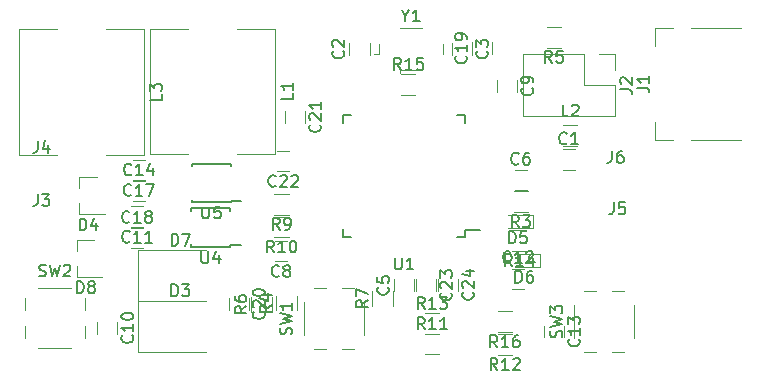
<source format=gto>
G04 #@! TF.FileFunction,Legend,Top*
%FSLAX46Y46*%
G04 Gerber Fmt 4.6, Leading zero omitted, Abs format (unit mm)*
G04 Created by KiCad (PCBNEW 4.0.7) date 05/22/18 09:46:34*
%MOMM*%
%LPD*%
G01*
G04 APERTURE LIST*
%ADD10C,0.100000*%
%ADD11C,0.120000*%
%ADD12C,0.150000*%
G04 APERTURE END LIST*
D10*
D11*
X126661800Y-42203000D02*
X125661800Y-42203000D01*
X125661800Y-43903000D02*
X126661800Y-43903000D01*
X107608000Y-33205800D02*
X107608000Y-34205800D01*
X109308000Y-34205800D02*
X109308000Y-33205800D01*
X117969400Y-34205800D02*
X117969400Y-33205800D01*
X116269400Y-33205800D02*
X116269400Y-34205800D01*
X111392600Y-53195600D02*
X111392600Y-54195600D01*
X113092600Y-54195600D02*
X113092600Y-53195600D01*
X122597800Y-43930200D02*
X121597800Y-43930200D01*
X121597800Y-45630200D02*
X122597800Y-45630200D01*
X101303200Y-51650000D02*
X102303200Y-51650000D01*
X102303200Y-49950000D02*
X101303200Y-49950000D01*
X121804800Y-37330000D02*
X121804800Y-36330000D01*
X120104800Y-36330000D02*
X120104800Y-37330000D01*
X87946600Y-57802400D02*
X87946600Y-56802400D01*
X86246600Y-56802400D02*
X86246600Y-57802400D01*
X89136600Y-48729000D02*
X90136600Y-48729000D01*
X90136600Y-47029000D02*
X89136600Y-47029000D01*
X122369200Y-52286800D02*
X121369200Y-52286800D01*
X121369200Y-53986800D02*
X122369200Y-53986800D01*
X125767200Y-58107200D02*
X125767200Y-57107200D01*
X124067200Y-57107200D02*
X124067200Y-58107200D01*
X90289000Y-44844600D02*
X89289000Y-44844600D01*
X89289000Y-46544600D02*
X90289000Y-46544600D01*
X89263600Y-44792000D02*
X90263600Y-44792000D01*
X90263600Y-43092000D02*
X89263600Y-43092000D01*
X90111200Y-48857800D02*
X89111200Y-48857800D01*
X89111200Y-50557800D02*
X90111200Y-50557800D01*
X117996600Y-33129600D02*
X117996600Y-34129600D01*
X119696600Y-34129600D02*
X119696600Y-33129600D01*
X99071800Y-55795800D02*
X99071800Y-54795800D01*
X97371800Y-54795800D02*
X97371800Y-55795800D01*
X103847000Y-39946200D02*
X103847000Y-38946200D01*
X102147000Y-38946200D02*
X102147000Y-39946200D01*
X101506400Y-44030000D02*
X102506400Y-44030000D01*
X102506400Y-42330000D02*
X101506400Y-42330000D01*
X114921400Y-54195600D02*
X114921400Y-53195600D01*
X113221400Y-53195600D02*
X113221400Y-54195600D01*
X116801000Y-54144800D02*
X116801000Y-53144800D01*
X115101000Y-53144800D02*
X115101000Y-54144800D01*
X89718800Y-55025400D02*
X89718800Y-59325400D01*
X89718800Y-59325400D02*
X95418800Y-59325400D01*
X89718800Y-55025400D02*
X95418800Y-55025400D01*
X84736400Y-44521000D02*
X84736400Y-45451000D01*
X84736400Y-47681000D02*
X84736400Y-46751000D01*
X84736400Y-47681000D02*
X86896400Y-47681000D01*
X84736400Y-44521000D02*
X86196400Y-44521000D01*
X123143800Y-48855400D02*
X123143800Y-47715400D01*
X123143800Y-47715400D02*
X121043800Y-47715400D01*
X123143800Y-48855400D02*
X121043800Y-48855400D01*
X123702600Y-52182800D02*
X123702600Y-51042800D01*
X123702600Y-51042800D02*
X121602600Y-51042800D01*
X123702600Y-52182800D02*
X121602600Y-52182800D01*
X89744200Y-50732800D02*
X89744200Y-55032800D01*
X89744200Y-55032800D02*
X95444200Y-55032800D01*
X89744200Y-50732800D02*
X95444200Y-50732800D01*
X84507800Y-49829600D02*
X84507800Y-50759600D01*
X84507800Y-52989600D02*
X84507800Y-52059600D01*
X84507800Y-52989600D02*
X86667800Y-52989600D01*
X84507800Y-49829600D02*
X85967800Y-49829600D01*
X133517200Y-33402200D02*
X133517200Y-31902200D01*
X133517200Y-31902200D02*
X135037200Y-31902200D01*
X136537200Y-41402200D02*
X140777200Y-41402200D01*
X133517200Y-41402200D02*
X133517200Y-39902200D01*
X136537200Y-31902200D02*
X140777200Y-31902200D01*
X133517200Y-41402200D02*
X135037200Y-41402200D01*
X122317200Y-34153800D02*
X122317200Y-39353800D01*
X127457200Y-34153800D02*
X122317200Y-34153800D01*
X130057200Y-39353800D02*
X122317200Y-39353800D01*
X127457200Y-34153800D02*
X127457200Y-36753800D01*
X127457200Y-36753800D02*
X130057200Y-36753800D01*
X130057200Y-36753800D02*
X130057200Y-39353800D01*
X128727200Y-34153800D02*
X130057200Y-34153800D01*
X130057200Y-34153800D02*
X130057200Y-35483800D01*
X93912000Y-42561800D02*
X90712000Y-42561800D01*
X90712000Y-42561800D02*
X90712000Y-31961800D01*
X90712000Y-31961800D02*
X93912000Y-31961800D01*
X98112000Y-31961800D02*
X101312000Y-31961800D01*
X101312000Y-31961800D02*
X101312000Y-42561800D01*
X101312000Y-42561800D02*
X98112000Y-42561800D01*
X126914200Y-41926400D02*
X125714200Y-41926400D01*
X125714200Y-40166400D02*
X126914200Y-40166400D01*
X82812200Y-42638000D02*
X79612200Y-42638000D01*
X79612200Y-42638000D02*
X79612200Y-32038000D01*
X79612200Y-32038000D02*
X82812200Y-32038000D01*
X87012200Y-32038000D02*
X90212200Y-32038000D01*
X90212200Y-32038000D02*
X90212200Y-42638000D01*
X90212200Y-42638000D02*
X87012200Y-42638000D01*
X121497800Y-45754400D02*
X122697800Y-45754400D01*
X122697800Y-47514400D02*
X121497800Y-47514400D01*
X103140400Y-54619600D02*
X103140400Y-55819600D01*
X101380400Y-55819600D02*
X101380400Y-54619600D01*
X124317200Y-31809800D02*
X125517200Y-31809800D01*
X125517200Y-33569800D02*
X124317200Y-33569800D01*
X101006800Y-54721200D02*
X101006800Y-55921200D01*
X99246800Y-55921200D02*
X99246800Y-54721200D01*
X111268400Y-54213200D02*
X111268400Y-55413200D01*
X109508400Y-55413200D02*
X109508400Y-54213200D01*
X101254000Y-45983000D02*
X102454000Y-45983000D01*
X102454000Y-47743000D02*
X101254000Y-47743000D01*
X101254000Y-47888000D02*
X102454000Y-47888000D01*
X102454000Y-49648000D02*
X101254000Y-49648000D01*
X115204800Y-59554000D02*
X114004800Y-59554000D01*
X114004800Y-57794000D02*
X115204800Y-57794000D01*
X120177000Y-57844800D02*
X121377000Y-57844800D01*
X121377000Y-59604800D02*
X120177000Y-59604800D01*
X115204800Y-57826800D02*
X114004800Y-57826800D01*
X114004800Y-56066800D02*
X115204800Y-56066800D01*
X121396200Y-49056400D02*
X122596200Y-49056400D01*
X122596200Y-50816400D02*
X121396200Y-50816400D01*
X113198200Y-37583000D02*
X111998200Y-37583000D01*
X111998200Y-35823000D02*
X113198200Y-35823000D01*
X120151600Y-55914400D02*
X121351600Y-55914400D01*
X121351600Y-57674400D02*
X120151600Y-57674400D01*
X104573600Y-59065000D02*
X105598600Y-59065000D01*
X103723600Y-57890000D02*
X103723600Y-55140000D01*
X108823600Y-57890000D02*
X108823600Y-55140000D01*
X106948600Y-59065000D02*
X107973600Y-59065000D01*
X104573600Y-53965000D02*
X105598600Y-53965000D01*
X106948600Y-53965000D02*
X107973600Y-53965000D01*
X80101600Y-54789600D02*
X80101600Y-55814600D01*
X81276600Y-53939600D02*
X84026600Y-53939600D01*
X81276600Y-59039600D02*
X84026600Y-59039600D01*
X80101600Y-57164600D02*
X80101600Y-58189600D01*
X85201600Y-54789600D02*
X85201600Y-55814600D01*
X85201600Y-57164600D02*
X85201600Y-58189600D01*
X127459000Y-59319000D02*
X128484000Y-59319000D01*
X126609000Y-58144000D02*
X126609000Y-55394000D01*
X131709000Y-58144000D02*
X131709000Y-55394000D01*
X129834000Y-59319000D02*
X130859000Y-59319000D01*
X127459000Y-54219000D02*
X128484000Y-54219000D01*
X129834000Y-54219000D02*
X130859000Y-54219000D01*
D12*
X117392200Y-49625000D02*
X117392200Y-49050000D01*
X107042200Y-49625000D02*
X107042200Y-48950000D01*
X107042200Y-39275000D02*
X107042200Y-39950000D01*
X117392200Y-39275000D02*
X117392200Y-39950000D01*
X117392200Y-49625000D02*
X116717200Y-49625000D01*
X117392200Y-39275000D02*
X116717200Y-39275000D01*
X107042200Y-39275000D02*
X107717200Y-39275000D01*
X107042200Y-49625000D02*
X107717200Y-49625000D01*
X117392200Y-49050000D02*
X118667200Y-49050000D01*
X97459200Y-50443800D02*
X97459200Y-50318800D01*
X94209200Y-50443800D02*
X94209200Y-50228800D01*
X94209200Y-47193800D02*
X94209200Y-47408800D01*
X97459200Y-47193800D02*
X97459200Y-47408800D01*
X97459200Y-50443800D02*
X94209200Y-50443800D01*
X97459200Y-47193800D02*
X94209200Y-47193800D01*
X97459200Y-50318800D02*
X98384200Y-50318800D01*
X97535400Y-46659200D02*
X97535400Y-46534200D01*
X94285400Y-46659200D02*
X94285400Y-46444200D01*
X94285400Y-43409200D02*
X94285400Y-43624200D01*
X97535400Y-43409200D02*
X97535400Y-43624200D01*
X97535400Y-46659200D02*
X94285400Y-46659200D01*
X97535400Y-43409200D02*
X94285400Y-43409200D01*
X97535400Y-46534200D02*
X98460400Y-46534200D01*
D11*
X109726800Y-34105800D02*
X110126800Y-34105800D01*
X110126800Y-34105800D02*
X110126800Y-33305800D01*
X115526800Y-33305800D02*
X115526800Y-34105800D01*
X111926800Y-31905800D02*
X113726800Y-31905800D01*
X113726800Y-35505800D02*
X111926800Y-35505800D01*
X111926800Y-35505800D02*
X111926800Y-35745800D01*
D12*
X125995134Y-41660143D02*
X125947515Y-41707762D01*
X125804658Y-41755381D01*
X125709420Y-41755381D01*
X125566562Y-41707762D01*
X125471324Y-41612524D01*
X125423705Y-41517286D01*
X125376086Y-41326810D01*
X125376086Y-41183952D01*
X125423705Y-40993476D01*
X125471324Y-40898238D01*
X125566562Y-40803000D01*
X125709420Y-40755381D01*
X125804658Y-40755381D01*
X125947515Y-40803000D01*
X125995134Y-40850619D01*
X126947515Y-41755381D02*
X126376086Y-41755381D01*
X126661800Y-41755381D02*
X126661800Y-40755381D01*
X126566562Y-40898238D01*
X126471324Y-40993476D01*
X126376086Y-41041095D01*
X107065143Y-33872466D02*
X107112762Y-33920085D01*
X107160381Y-34062942D01*
X107160381Y-34158180D01*
X107112762Y-34301038D01*
X107017524Y-34396276D01*
X106922286Y-34443895D01*
X106731810Y-34491514D01*
X106588952Y-34491514D01*
X106398476Y-34443895D01*
X106303238Y-34396276D01*
X106208000Y-34301038D01*
X106160381Y-34158180D01*
X106160381Y-34062942D01*
X106208000Y-33920085D01*
X106255619Y-33872466D01*
X106255619Y-33491514D02*
X106208000Y-33443895D01*
X106160381Y-33348657D01*
X106160381Y-33110561D01*
X106208000Y-33015323D01*
X106255619Y-32967704D01*
X106350857Y-32920085D01*
X106446095Y-32920085D01*
X106588952Y-32967704D01*
X107160381Y-33539133D01*
X107160381Y-32920085D01*
X119226543Y-33872466D02*
X119274162Y-33920085D01*
X119321781Y-34062942D01*
X119321781Y-34158180D01*
X119274162Y-34301038D01*
X119178924Y-34396276D01*
X119083686Y-34443895D01*
X118893210Y-34491514D01*
X118750352Y-34491514D01*
X118559876Y-34443895D01*
X118464638Y-34396276D01*
X118369400Y-34301038D01*
X118321781Y-34158180D01*
X118321781Y-34062942D01*
X118369400Y-33920085D01*
X118417019Y-33872466D01*
X118321781Y-33539133D02*
X118321781Y-32920085D01*
X118702733Y-33253419D01*
X118702733Y-33110561D01*
X118750352Y-33015323D01*
X118797971Y-32967704D01*
X118893210Y-32920085D01*
X119131305Y-32920085D01*
X119226543Y-32967704D01*
X119274162Y-33015323D01*
X119321781Y-33110561D01*
X119321781Y-33396276D01*
X119274162Y-33491514D01*
X119226543Y-33539133D01*
X110849743Y-53862266D02*
X110897362Y-53909885D01*
X110944981Y-54052742D01*
X110944981Y-54147980D01*
X110897362Y-54290838D01*
X110802124Y-54386076D01*
X110706886Y-54433695D01*
X110516410Y-54481314D01*
X110373552Y-54481314D01*
X110183076Y-54433695D01*
X110087838Y-54386076D01*
X109992600Y-54290838D01*
X109944981Y-54147980D01*
X109944981Y-54052742D01*
X109992600Y-53909885D01*
X110040219Y-53862266D01*
X109944981Y-52957504D02*
X109944981Y-53433695D01*
X110421171Y-53481314D01*
X110373552Y-53433695D01*
X110325933Y-53338457D01*
X110325933Y-53100361D01*
X110373552Y-53005123D01*
X110421171Y-52957504D01*
X110516410Y-52909885D01*
X110754505Y-52909885D01*
X110849743Y-52957504D01*
X110897362Y-53005123D01*
X110944981Y-53100361D01*
X110944981Y-53338457D01*
X110897362Y-53433695D01*
X110849743Y-53481314D01*
X121931134Y-43387343D02*
X121883515Y-43434962D01*
X121740658Y-43482581D01*
X121645420Y-43482581D01*
X121502562Y-43434962D01*
X121407324Y-43339724D01*
X121359705Y-43244486D01*
X121312086Y-43054010D01*
X121312086Y-42911152D01*
X121359705Y-42720676D01*
X121407324Y-42625438D01*
X121502562Y-42530200D01*
X121645420Y-42482581D01*
X121740658Y-42482581D01*
X121883515Y-42530200D01*
X121931134Y-42577819D01*
X122788277Y-42482581D02*
X122597800Y-42482581D01*
X122502562Y-42530200D01*
X122454943Y-42577819D01*
X122359705Y-42720676D01*
X122312086Y-42911152D01*
X122312086Y-43292105D01*
X122359705Y-43387343D01*
X122407324Y-43434962D01*
X122502562Y-43482581D01*
X122693039Y-43482581D01*
X122788277Y-43434962D01*
X122835896Y-43387343D01*
X122883515Y-43292105D01*
X122883515Y-43054010D01*
X122835896Y-42958771D01*
X122788277Y-42911152D01*
X122693039Y-42863533D01*
X122502562Y-42863533D01*
X122407324Y-42911152D01*
X122359705Y-42958771D01*
X122312086Y-43054010D01*
X101636534Y-52907143D02*
X101588915Y-52954762D01*
X101446058Y-53002381D01*
X101350820Y-53002381D01*
X101207962Y-52954762D01*
X101112724Y-52859524D01*
X101065105Y-52764286D01*
X101017486Y-52573810D01*
X101017486Y-52430952D01*
X101065105Y-52240476D01*
X101112724Y-52145238D01*
X101207962Y-52050000D01*
X101350820Y-52002381D01*
X101446058Y-52002381D01*
X101588915Y-52050000D01*
X101636534Y-52097619D01*
X102207962Y-52430952D02*
X102112724Y-52383333D01*
X102065105Y-52335714D01*
X102017486Y-52240476D01*
X102017486Y-52192857D01*
X102065105Y-52097619D01*
X102112724Y-52050000D01*
X102207962Y-52002381D01*
X102398439Y-52002381D01*
X102493677Y-52050000D01*
X102541296Y-52097619D01*
X102588915Y-52192857D01*
X102588915Y-52240476D01*
X102541296Y-52335714D01*
X102493677Y-52383333D01*
X102398439Y-52430952D01*
X102207962Y-52430952D01*
X102112724Y-52478571D01*
X102065105Y-52526190D01*
X102017486Y-52621429D01*
X102017486Y-52811905D01*
X102065105Y-52907143D01*
X102112724Y-52954762D01*
X102207962Y-53002381D01*
X102398439Y-53002381D01*
X102493677Y-52954762D01*
X102541296Y-52907143D01*
X102588915Y-52811905D01*
X102588915Y-52621429D01*
X102541296Y-52526190D01*
X102493677Y-52478571D01*
X102398439Y-52430952D01*
X123061943Y-36996666D02*
X123109562Y-37044285D01*
X123157181Y-37187142D01*
X123157181Y-37282380D01*
X123109562Y-37425238D01*
X123014324Y-37520476D01*
X122919086Y-37568095D01*
X122728610Y-37615714D01*
X122585752Y-37615714D01*
X122395276Y-37568095D01*
X122300038Y-37520476D01*
X122204800Y-37425238D01*
X122157181Y-37282380D01*
X122157181Y-37187142D01*
X122204800Y-37044285D01*
X122252419Y-36996666D01*
X123157181Y-36520476D02*
X123157181Y-36330000D01*
X123109562Y-36234761D01*
X123061943Y-36187142D01*
X122919086Y-36091904D01*
X122728610Y-36044285D01*
X122347657Y-36044285D01*
X122252419Y-36091904D01*
X122204800Y-36139523D01*
X122157181Y-36234761D01*
X122157181Y-36425238D01*
X122204800Y-36520476D01*
X122252419Y-36568095D01*
X122347657Y-36615714D01*
X122585752Y-36615714D01*
X122680990Y-36568095D01*
X122728610Y-36520476D01*
X122776229Y-36425238D01*
X122776229Y-36234761D01*
X122728610Y-36139523D01*
X122680990Y-36091904D01*
X122585752Y-36044285D01*
X89203743Y-57945257D02*
X89251362Y-57992876D01*
X89298981Y-58135733D01*
X89298981Y-58230971D01*
X89251362Y-58373829D01*
X89156124Y-58469067D01*
X89060886Y-58516686D01*
X88870410Y-58564305D01*
X88727552Y-58564305D01*
X88537076Y-58516686D01*
X88441838Y-58469067D01*
X88346600Y-58373829D01*
X88298981Y-58230971D01*
X88298981Y-58135733D01*
X88346600Y-57992876D01*
X88394219Y-57945257D01*
X89298981Y-56992876D02*
X89298981Y-57564305D01*
X89298981Y-57278591D02*
X88298981Y-57278591D01*
X88441838Y-57373829D01*
X88537076Y-57469067D01*
X88584695Y-57564305D01*
X88298981Y-56373829D02*
X88298981Y-56278590D01*
X88346600Y-56183352D01*
X88394219Y-56135733D01*
X88489457Y-56088114D01*
X88679933Y-56040495D01*
X88918029Y-56040495D01*
X89108505Y-56088114D01*
X89203743Y-56135733D01*
X89251362Y-56183352D01*
X89298981Y-56278590D01*
X89298981Y-56373829D01*
X89251362Y-56469067D01*
X89203743Y-56516686D01*
X89108505Y-56564305D01*
X88918029Y-56611924D01*
X88679933Y-56611924D01*
X88489457Y-56564305D01*
X88394219Y-56516686D01*
X88346600Y-56469067D01*
X88298981Y-56373829D01*
X88993743Y-49986143D02*
X88946124Y-50033762D01*
X88803267Y-50081381D01*
X88708029Y-50081381D01*
X88565171Y-50033762D01*
X88469933Y-49938524D01*
X88422314Y-49843286D01*
X88374695Y-49652810D01*
X88374695Y-49509952D01*
X88422314Y-49319476D01*
X88469933Y-49224238D01*
X88565171Y-49129000D01*
X88708029Y-49081381D01*
X88803267Y-49081381D01*
X88946124Y-49129000D01*
X88993743Y-49176619D01*
X89946124Y-50081381D02*
X89374695Y-50081381D01*
X89660409Y-50081381D02*
X89660409Y-49081381D01*
X89565171Y-49224238D01*
X89469933Y-49319476D01*
X89374695Y-49367095D01*
X90898505Y-50081381D02*
X90327076Y-50081381D01*
X90612790Y-50081381D02*
X90612790Y-49081381D01*
X90517552Y-49224238D01*
X90422314Y-49319476D01*
X90327076Y-49367095D01*
X121226343Y-51743943D02*
X121178724Y-51791562D01*
X121035867Y-51839181D01*
X120940629Y-51839181D01*
X120797771Y-51791562D01*
X120702533Y-51696324D01*
X120654914Y-51601086D01*
X120607295Y-51410610D01*
X120607295Y-51267752D01*
X120654914Y-51077276D01*
X120702533Y-50982038D01*
X120797771Y-50886800D01*
X120940629Y-50839181D01*
X121035867Y-50839181D01*
X121178724Y-50886800D01*
X121226343Y-50934419D01*
X122178724Y-51839181D02*
X121607295Y-51839181D01*
X121893009Y-51839181D02*
X121893009Y-50839181D01*
X121797771Y-50982038D01*
X121702533Y-51077276D01*
X121607295Y-51124895D01*
X122559676Y-50934419D02*
X122607295Y-50886800D01*
X122702533Y-50839181D01*
X122940629Y-50839181D01*
X123035867Y-50886800D01*
X123083486Y-50934419D01*
X123131105Y-51029657D01*
X123131105Y-51124895D01*
X123083486Y-51267752D01*
X122512057Y-51839181D01*
X123131105Y-51839181D01*
X127024343Y-58250057D02*
X127071962Y-58297676D01*
X127119581Y-58440533D01*
X127119581Y-58535771D01*
X127071962Y-58678629D01*
X126976724Y-58773867D01*
X126881486Y-58821486D01*
X126691010Y-58869105D01*
X126548152Y-58869105D01*
X126357676Y-58821486D01*
X126262438Y-58773867D01*
X126167200Y-58678629D01*
X126119581Y-58535771D01*
X126119581Y-58440533D01*
X126167200Y-58297676D01*
X126214819Y-58250057D01*
X127119581Y-57297676D02*
X127119581Y-57869105D01*
X127119581Y-57583391D02*
X126119581Y-57583391D01*
X126262438Y-57678629D01*
X126357676Y-57773867D01*
X126405295Y-57869105D01*
X126119581Y-56964343D02*
X126119581Y-56345295D01*
X126500533Y-56678629D01*
X126500533Y-56535771D01*
X126548152Y-56440533D01*
X126595771Y-56392914D01*
X126691010Y-56345295D01*
X126929105Y-56345295D01*
X127024343Y-56392914D01*
X127071962Y-56440533D01*
X127119581Y-56535771D01*
X127119581Y-56821486D01*
X127071962Y-56916724D01*
X127024343Y-56964343D01*
X89146143Y-44301743D02*
X89098524Y-44349362D01*
X88955667Y-44396981D01*
X88860429Y-44396981D01*
X88717571Y-44349362D01*
X88622333Y-44254124D01*
X88574714Y-44158886D01*
X88527095Y-43968410D01*
X88527095Y-43825552D01*
X88574714Y-43635076D01*
X88622333Y-43539838D01*
X88717571Y-43444600D01*
X88860429Y-43396981D01*
X88955667Y-43396981D01*
X89098524Y-43444600D01*
X89146143Y-43492219D01*
X90098524Y-44396981D02*
X89527095Y-44396981D01*
X89812809Y-44396981D02*
X89812809Y-43396981D01*
X89717571Y-43539838D01*
X89622333Y-43635076D01*
X89527095Y-43682695D01*
X90955667Y-43730314D02*
X90955667Y-44396981D01*
X90717571Y-43349362D02*
X90479476Y-44063648D01*
X91098524Y-44063648D01*
X89120743Y-46049143D02*
X89073124Y-46096762D01*
X88930267Y-46144381D01*
X88835029Y-46144381D01*
X88692171Y-46096762D01*
X88596933Y-46001524D01*
X88549314Y-45906286D01*
X88501695Y-45715810D01*
X88501695Y-45572952D01*
X88549314Y-45382476D01*
X88596933Y-45287238D01*
X88692171Y-45192000D01*
X88835029Y-45144381D01*
X88930267Y-45144381D01*
X89073124Y-45192000D01*
X89120743Y-45239619D01*
X90073124Y-46144381D02*
X89501695Y-46144381D01*
X89787409Y-46144381D02*
X89787409Y-45144381D01*
X89692171Y-45287238D01*
X89596933Y-45382476D01*
X89501695Y-45430095D01*
X90406457Y-45144381D02*
X91073124Y-45144381D01*
X90644552Y-46144381D01*
X88968343Y-48314943D02*
X88920724Y-48362562D01*
X88777867Y-48410181D01*
X88682629Y-48410181D01*
X88539771Y-48362562D01*
X88444533Y-48267324D01*
X88396914Y-48172086D01*
X88349295Y-47981610D01*
X88349295Y-47838752D01*
X88396914Y-47648276D01*
X88444533Y-47553038D01*
X88539771Y-47457800D01*
X88682629Y-47410181D01*
X88777867Y-47410181D01*
X88920724Y-47457800D01*
X88968343Y-47505419D01*
X89920724Y-48410181D02*
X89349295Y-48410181D01*
X89635009Y-48410181D02*
X89635009Y-47410181D01*
X89539771Y-47553038D01*
X89444533Y-47648276D01*
X89349295Y-47695895D01*
X90492152Y-47838752D02*
X90396914Y-47791133D01*
X90349295Y-47743514D01*
X90301676Y-47648276D01*
X90301676Y-47600657D01*
X90349295Y-47505419D01*
X90396914Y-47457800D01*
X90492152Y-47410181D01*
X90682629Y-47410181D01*
X90777867Y-47457800D01*
X90825486Y-47505419D01*
X90873105Y-47600657D01*
X90873105Y-47648276D01*
X90825486Y-47743514D01*
X90777867Y-47791133D01*
X90682629Y-47838752D01*
X90492152Y-47838752D01*
X90396914Y-47886371D01*
X90349295Y-47933990D01*
X90301676Y-48029229D01*
X90301676Y-48219705D01*
X90349295Y-48314943D01*
X90396914Y-48362562D01*
X90492152Y-48410181D01*
X90682629Y-48410181D01*
X90777867Y-48362562D01*
X90825486Y-48314943D01*
X90873105Y-48219705D01*
X90873105Y-48029229D01*
X90825486Y-47933990D01*
X90777867Y-47886371D01*
X90682629Y-47838752D01*
X117453743Y-34272457D02*
X117501362Y-34320076D01*
X117548981Y-34462933D01*
X117548981Y-34558171D01*
X117501362Y-34701029D01*
X117406124Y-34796267D01*
X117310886Y-34843886D01*
X117120410Y-34891505D01*
X116977552Y-34891505D01*
X116787076Y-34843886D01*
X116691838Y-34796267D01*
X116596600Y-34701029D01*
X116548981Y-34558171D01*
X116548981Y-34462933D01*
X116596600Y-34320076D01*
X116644219Y-34272457D01*
X117548981Y-33320076D02*
X117548981Y-33891505D01*
X117548981Y-33605791D02*
X116548981Y-33605791D01*
X116691838Y-33701029D01*
X116787076Y-33796267D01*
X116834695Y-33891505D01*
X117548981Y-32843886D02*
X117548981Y-32653410D01*
X117501362Y-32558171D01*
X117453743Y-32510552D01*
X117310886Y-32415314D01*
X117120410Y-32367695D01*
X116739457Y-32367695D01*
X116644219Y-32415314D01*
X116596600Y-32462933D01*
X116548981Y-32558171D01*
X116548981Y-32748648D01*
X116596600Y-32843886D01*
X116644219Y-32891505D01*
X116739457Y-32939124D01*
X116977552Y-32939124D01*
X117072790Y-32891505D01*
X117120410Y-32843886D01*
X117168029Y-32748648D01*
X117168029Y-32558171D01*
X117120410Y-32462933D01*
X117072790Y-32415314D01*
X116977552Y-32367695D01*
X100328943Y-55938657D02*
X100376562Y-55986276D01*
X100424181Y-56129133D01*
X100424181Y-56224371D01*
X100376562Y-56367229D01*
X100281324Y-56462467D01*
X100186086Y-56510086D01*
X99995610Y-56557705D01*
X99852752Y-56557705D01*
X99662276Y-56510086D01*
X99567038Y-56462467D01*
X99471800Y-56367229D01*
X99424181Y-56224371D01*
X99424181Y-56129133D01*
X99471800Y-55986276D01*
X99519419Y-55938657D01*
X99519419Y-55557705D02*
X99471800Y-55510086D01*
X99424181Y-55414848D01*
X99424181Y-55176752D01*
X99471800Y-55081514D01*
X99519419Y-55033895D01*
X99614657Y-54986276D01*
X99709895Y-54986276D01*
X99852752Y-55033895D01*
X100424181Y-55605324D01*
X100424181Y-54986276D01*
X99424181Y-54367229D02*
X99424181Y-54271990D01*
X99471800Y-54176752D01*
X99519419Y-54129133D01*
X99614657Y-54081514D01*
X99805133Y-54033895D01*
X100043229Y-54033895D01*
X100233705Y-54081514D01*
X100328943Y-54129133D01*
X100376562Y-54176752D01*
X100424181Y-54271990D01*
X100424181Y-54367229D01*
X100376562Y-54462467D01*
X100328943Y-54510086D01*
X100233705Y-54557705D01*
X100043229Y-54605324D01*
X99805133Y-54605324D01*
X99614657Y-54557705D01*
X99519419Y-54510086D01*
X99471800Y-54462467D01*
X99424181Y-54367229D01*
X105104143Y-40089057D02*
X105151762Y-40136676D01*
X105199381Y-40279533D01*
X105199381Y-40374771D01*
X105151762Y-40517629D01*
X105056524Y-40612867D01*
X104961286Y-40660486D01*
X104770810Y-40708105D01*
X104627952Y-40708105D01*
X104437476Y-40660486D01*
X104342238Y-40612867D01*
X104247000Y-40517629D01*
X104199381Y-40374771D01*
X104199381Y-40279533D01*
X104247000Y-40136676D01*
X104294619Y-40089057D01*
X104294619Y-39708105D02*
X104247000Y-39660486D01*
X104199381Y-39565248D01*
X104199381Y-39327152D01*
X104247000Y-39231914D01*
X104294619Y-39184295D01*
X104389857Y-39136676D01*
X104485095Y-39136676D01*
X104627952Y-39184295D01*
X105199381Y-39755724D01*
X105199381Y-39136676D01*
X105199381Y-38184295D02*
X105199381Y-38755724D01*
X105199381Y-38470010D02*
X104199381Y-38470010D01*
X104342238Y-38565248D01*
X104437476Y-38660486D01*
X104485095Y-38755724D01*
X101363543Y-45287143D02*
X101315924Y-45334762D01*
X101173067Y-45382381D01*
X101077829Y-45382381D01*
X100934971Y-45334762D01*
X100839733Y-45239524D01*
X100792114Y-45144286D01*
X100744495Y-44953810D01*
X100744495Y-44810952D01*
X100792114Y-44620476D01*
X100839733Y-44525238D01*
X100934971Y-44430000D01*
X101077829Y-44382381D01*
X101173067Y-44382381D01*
X101315924Y-44430000D01*
X101363543Y-44477619D01*
X101744495Y-44477619D02*
X101792114Y-44430000D01*
X101887352Y-44382381D01*
X102125448Y-44382381D01*
X102220686Y-44430000D01*
X102268305Y-44477619D01*
X102315924Y-44572857D01*
X102315924Y-44668095D01*
X102268305Y-44810952D01*
X101696876Y-45382381D01*
X102315924Y-45382381D01*
X102696876Y-44477619D02*
X102744495Y-44430000D01*
X102839733Y-44382381D01*
X103077829Y-44382381D01*
X103173067Y-44430000D01*
X103220686Y-44477619D01*
X103268305Y-44572857D01*
X103268305Y-44668095D01*
X103220686Y-44810952D01*
X102649257Y-45382381D01*
X103268305Y-45382381D01*
X116178543Y-54338457D02*
X116226162Y-54386076D01*
X116273781Y-54528933D01*
X116273781Y-54624171D01*
X116226162Y-54767029D01*
X116130924Y-54862267D01*
X116035686Y-54909886D01*
X115845210Y-54957505D01*
X115702352Y-54957505D01*
X115511876Y-54909886D01*
X115416638Y-54862267D01*
X115321400Y-54767029D01*
X115273781Y-54624171D01*
X115273781Y-54528933D01*
X115321400Y-54386076D01*
X115369019Y-54338457D01*
X115369019Y-53957505D02*
X115321400Y-53909886D01*
X115273781Y-53814648D01*
X115273781Y-53576552D01*
X115321400Y-53481314D01*
X115369019Y-53433695D01*
X115464257Y-53386076D01*
X115559495Y-53386076D01*
X115702352Y-53433695D01*
X116273781Y-54005124D01*
X116273781Y-53386076D01*
X115273781Y-53052743D02*
X115273781Y-52433695D01*
X115654733Y-52767029D01*
X115654733Y-52624171D01*
X115702352Y-52528933D01*
X115749971Y-52481314D01*
X115845210Y-52433695D01*
X116083305Y-52433695D01*
X116178543Y-52481314D01*
X116226162Y-52528933D01*
X116273781Y-52624171D01*
X116273781Y-52909886D01*
X116226162Y-53005124D01*
X116178543Y-53052743D01*
X118058143Y-54287657D02*
X118105762Y-54335276D01*
X118153381Y-54478133D01*
X118153381Y-54573371D01*
X118105762Y-54716229D01*
X118010524Y-54811467D01*
X117915286Y-54859086D01*
X117724810Y-54906705D01*
X117581952Y-54906705D01*
X117391476Y-54859086D01*
X117296238Y-54811467D01*
X117201000Y-54716229D01*
X117153381Y-54573371D01*
X117153381Y-54478133D01*
X117201000Y-54335276D01*
X117248619Y-54287657D01*
X117248619Y-53906705D02*
X117201000Y-53859086D01*
X117153381Y-53763848D01*
X117153381Y-53525752D01*
X117201000Y-53430514D01*
X117248619Y-53382895D01*
X117343857Y-53335276D01*
X117439095Y-53335276D01*
X117581952Y-53382895D01*
X118153381Y-53954324D01*
X118153381Y-53335276D01*
X117486714Y-52478133D02*
X118153381Y-52478133D01*
X117105762Y-52716229D02*
X117820048Y-52954324D01*
X117820048Y-52335276D01*
X92530705Y-54627781D02*
X92530705Y-53627781D01*
X92768800Y-53627781D01*
X92911658Y-53675400D01*
X93006896Y-53770638D01*
X93054515Y-53865876D01*
X93102134Y-54056352D01*
X93102134Y-54199210D01*
X93054515Y-54389686D01*
X93006896Y-54484924D01*
X92911658Y-54580162D01*
X92768800Y-54627781D01*
X92530705Y-54627781D01*
X93435467Y-53627781D02*
X94054515Y-53627781D01*
X93721181Y-54008733D01*
X93864039Y-54008733D01*
X93959277Y-54056352D01*
X94006896Y-54103971D01*
X94054515Y-54199210D01*
X94054515Y-54437305D01*
X94006896Y-54532543D01*
X93959277Y-54580162D01*
X93864039Y-54627781D01*
X93578324Y-54627781D01*
X93483086Y-54580162D01*
X93435467Y-54532543D01*
X84758305Y-49053381D02*
X84758305Y-48053381D01*
X84996400Y-48053381D01*
X85139258Y-48101000D01*
X85234496Y-48196238D01*
X85282115Y-48291476D01*
X85329734Y-48481952D01*
X85329734Y-48624810D01*
X85282115Y-48815286D01*
X85234496Y-48910524D01*
X85139258Y-49005762D01*
X84996400Y-49053381D01*
X84758305Y-49053381D01*
X86186877Y-48386714D02*
X86186877Y-49053381D01*
X85948781Y-48005762D02*
X85710686Y-48720048D01*
X86329734Y-48720048D01*
X121105705Y-50137781D02*
X121105705Y-49137781D01*
X121343800Y-49137781D01*
X121486658Y-49185400D01*
X121581896Y-49280638D01*
X121629515Y-49375876D01*
X121677134Y-49566352D01*
X121677134Y-49709210D01*
X121629515Y-49899686D01*
X121581896Y-49994924D01*
X121486658Y-50090162D01*
X121343800Y-50137781D01*
X121105705Y-50137781D01*
X122581896Y-49137781D02*
X122105705Y-49137781D01*
X122058086Y-49613971D01*
X122105705Y-49566352D01*
X122200943Y-49518733D01*
X122439039Y-49518733D01*
X122534277Y-49566352D01*
X122581896Y-49613971D01*
X122629515Y-49709210D01*
X122629515Y-49947305D01*
X122581896Y-50042543D01*
X122534277Y-50090162D01*
X122439039Y-50137781D01*
X122200943Y-50137781D01*
X122105705Y-50090162D01*
X122058086Y-50042543D01*
X121664505Y-53465181D02*
X121664505Y-52465181D01*
X121902600Y-52465181D01*
X122045458Y-52512800D01*
X122140696Y-52608038D01*
X122188315Y-52703276D01*
X122235934Y-52893752D01*
X122235934Y-53036610D01*
X122188315Y-53227086D01*
X122140696Y-53322324D01*
X122045458Y-53417562D01*
X121902600Y-53465181D01*
X121664505Y-53465181D01*
X123093077Y-52465181D02*
X122902600Y-52465181D01*
X122807362Y-52512800D01*
X122759743Y-52560419D01*
X122664505Y-52703276D01*
X122616886Y-52893752D01*
X122616886Y-53274705D01*
X122664505Y-53369943D01*
X122712124Y-53417562D01*
X122807362Y-53465181D01*
X122997839Y-53465181D01*
X123093077Y-53417562D01*
X123140696Y-53369943D01*
X123188315Y-53274705D01*
X123188315Y-53036610D01*
X123140696Y-52941371D01*
X123093077Y-52893752D01*
X122997839Y-52846133D01*
X122807362Y-52846133D01*
X122712124Y-52893752D01*
X122664505Y-52941371D01*
X122616886Y-53036610D01*
X92556105Y-50335181D02*
X92556105Y-49335181D01*
X92794200Y-49335181D01*
X92937058Y-49382800D01*
X93032296Y-49478038D01*
X93079915Y-49573276D01*
X93127534Y-49763752D01*
X93127534Y-49906610D01*
X93079915Y-50097086D01*
X93032296Y-50192324D01*
X92937058Y-50287562D01*
X92794200Y-50335181D01*
X92556105Y-50335181D01*
X93460867Y-49335181D02*
X94127534Y-49335181D01*
X93698962Y-50335181D01*
X84529705Y-54361981D02*
X84529705Y-53361981D01*
X84767800Y-53361981D01*
X84910658Y-53409600D01*
X85005896Y-53504838D01*
X85053515Y-53600076D01*
X85101134Y-53790552D01*
X85101134Y-53933410D01*
X85053515Y-54123886D01*
X85005896Y-54219124D01*
X84910658Y-54314362D01*
X84767800Y-54361981D01*
X84529705Y-54361981D01*
X85672562Y-53790552D02*
X85577324Y-53742933D01*
X85529705Y-53695314D01*
X85482086Y-53600076D01*
X85482086Y-53552457D01*
X85529705Y-53457219D01*
X85577324Y-53409600D01*
X85672562Y-53361981D01*
X85863039Y-53361981D01*
X85958277Y-53409600D01*
X86005896Y-53457219D01*
X86053515Y-53552457D01*
X86053515Y-53600076D01*
X86005896Y-53695314D01*
X85958277Y-53742933D01*
X85863039Y-53790552D01*
X85672562Y-53790552D01*
X85577324Y-53838171D01*
X85529705Y-53885790D01*
X85482086Y-53981029D01*
X85482086Y-54171505D01*
X85529705Y-54266743D01*
X85577324Y-54314362D01*
X85672562Y-54361981D01*
X85863039Y-54361981D01*
X85958277Y-54314362D01*
X86005896Y-54266743D01*
X86053515Y-54171505D01*
X86053515Y-53981029D01*
X86005896Y-53885790D01*
X85958277Y-53838171D01*
X85863039Y-53790552D01*
X131979581Y-36985533D02*
X132693867Y-36985533D01*
X132836724Y-37033153D01*
X132931962Y-37128391D01*
X132979581Y-37271248D01*
X132979581Y-37366486D01*
X132979581Y-35985533D02*
X132979581Y-36556962D01*
X132979581Y-36271248D02*
X131979581Y-36271248D01*
X132122438Y-36366486D01*
X132217676Y-36461724D01*
X132265295Y-36556962D01*
X130509581Y-37087133D02*
X131223867Y-37087133D01*
X131366724Y-37134753D01*
X131461962Y-37229991D01*
X131509581Y-37372848D01*
X131509581Y-37468086D01*
X130604819Y-36658562D02*
X130557200Y-36610943D01*
X130509581Y-36515705D01*
X130509581Y-36277609D01*
X130557200Y-36182371D01*
X130604819Y-36134752D01*
X130700057Y-36087133D01*
X130795295Y-36087133D01*
X130938152Y-36134752D01*
X131509581Y-36706181D01*
X131509581Y-36087133D01*
X81200667Y-45985181D02*
X81200667Y-46699467D01*
X81153047Y-46842324D01*
X81057809Y-46937562D01*
X80914952Y-46985181D01*
X80819714Y-46985181D01*
X81581619Y-45985181D02*
X82200667Y-45985181D01*
X81867333Y-46366133D01*
X82010191Y-46366133D01*
X82105429Y-46413752D01*
X82153048Y-46461371D01*
X82200667Y-46556610D01*
X82200667Y-46794705D01*
X82153048Y-46889943D01*
X82105429Y-46937562D01*
X82010191Y-46985181D01*
X81724476Y-46985181D01*
X81629238Y-46937562D01*
X81581619Y-46889943D01*
X81200667Y-41463981D02*
X81200667Y-42178267D01*
X81153047Y-42321124D01*
X81057809Y-42416362D01*
X80914952Y-42463981D01*
X80819714Y-42463981D01*
X82105429Y-41797314D02*
X82105429Y-42463981D01*
X81867333Y-41416362D02*
X81629238Y-42130648D01*
X82248286Y-42130648D01*
X129968667Y-46670981D02*
X129968667Y-47385267D01*
X129921047Y-47528124D01*
X129825809Y-47623362D01*
X129682952Y-47670981D01*
X129587714Y-47670981D01*
X130921048Y-46670981D02*
X130444857Y-46670981D01*
X130397238Y-47147171D01*
X130444857Y-47099552D01*
X130540095Y-47051933D01*
X130778191Y-47051933D01*
X130873429Y-47099552D01*
X130921048Y-47147171D01*
X130968667Y-47242410D01*
X130968667Y-47480505D01*
X130921048Y-47575743D01*
X130873429Y-47623362D01*
X130778191Y-47670981D01*
X130540095Y-47670981D01*
X130444857Y-47623362D01*
X130397238Y-47575743D01*
X129816267Y-42327581D02*
X129816267Y-43041867D01*
X129768647Y-43184724D01*
X129673409Y-43279962D01*
X129530552Y-43327581D01*
X129435314Y-43327581D01*
X130721029Y-42327581D02*
X130530552Y-42327581D01*
X130435314Y-42375200D01*
X130387695Y-42422819D01*
X130292457Y-42565676D01*
X130244838Y-42756152D01*
X130244838Y-43137105D01*
X130292457Y-43232343D01*
X130340076Y-43279962D01*
X130435314Y-43327581D01*
X130625791Y-43327581D01*
X130721029Y-43279962D01*
X130768648Y-43232343D01*
X130816267Y-43137105D01*
X130816267Y-42899010D01*
X130768648Y-42803771D01*
X130721029Y-42756152D01*
X130625791Y-42708533D01*
X130435314Y-42708533D01*
X130340076Y-42756152D01*
X130292457Y-42803771D01*
X130244838Y-42899010D01*
X102814381Y-37428466D02*
X102814381Y-37904657D01*
X101814381Y-37904657D01*
X102814381Y-36571323D02*
X102814381Y-37142752D01*
X102814381Y-36857038D02*
X101814381Y-36857038D01*
X101957238Y-36952276D01*
X102052476Y-37047514D01*
X102100095Y-37142752D01*
X126147534Y-39398781D02*
X125671343Y-39398781D01*
X125671343Y-38398781D01*
X126433248Y-38494019D02*
X126480867Y-38446400D01*
X126576105Y-38398781D01*
X126814201Y-38398781D01*
X126909439Y-38446400D01*
X126957058Y-38494019D01*
X127004677Y-38589257D01*
X127004677Y-38684495D01*
X126957058Y-38827352D01*
X126385629Y-39398781D01*
X127004677Y-39398781D01*
X91714581Y-37504666D02*
X91714581Y-37980857D01*
X90714581Y-37980857D01*
X90714581Y-37266571D02*
X90714581Y-36647523D01*
X91095533Y-36980857D01*
X91095533Y-36837999D01*
X91143152Y-36742761D01*
X91190771Y-36695142D01*
X91286010Y-36647523D01*
X91524105Y-36647523D01*
X91619343Y-36695142D01*
X91666962Y-36742761D01*
X91714581Y-36837999D01*
X91714581Y-37123714D01*
X91666962Y-37218952D01*
X91619343Y-37266571D01*
X121931134Y-48786781D02*
X121597800Y-48310590D01*
X121359705Y-48786781D02*
X121359705Y-47786781D01*
X121740658Y-47786781D01*
X121835896Y-47834400D01*
X121883515Y-47882019D01*
X121931134Y-47977257D01*
X121931134Y-48120114D01*
X121883515Y-48215352D01*
X121835896Y-48262971D01*
X121740658Y-48310590D01*
X121359705Y-48310590D01*
X122264467Y-47786781D02*
X122883515Y-47786781D01*
X122550181Y-48167733D01*
X122693039Y-48167733D01*
X122788277Y-48215352D01*
X122835896Y-48262971D01*
X122883515Y-48358210D01*
X122883515Y-48596305D01*
X122835896Y-48691543D01*
X122788277Y-48739162D01*
X122693039Y-48786781D01*
X122407324Y-48786781D01*
X122312086Y-48739162D01*
X122264467Y-48691543D01*
X101012781Y-55386266D02*
X100536590Y-55719600D01*
X101012781Y-55957695D02*
X100012781Y-55957695D01*
X100012781Y-55576742D01*
X100060400Y-55481504D01*
X100108019Y-55433885D01*
X100203257Y-55386266D01*
X100346114Y-55386266D01*
X100441352Y-55433885D01*
X100488971Y-55481504D01*
X100536590Y-55576742D01*
X100536590Y-55957695D01*
X100346114Y-54529123D02*
X101012781Y-54529123D01*
X99965162Y-54767219D02*
X100679448Y-55005314D01*
X100679448Y-54386266D01*
X124750534Y-34842181D02*
X124417200Y-34365990D01*
X124179105Y-34842181D02*
X124179105Y-33842181D01*
X124560058Y-33842181D01*
X124655296Y-33889800D01*
X124702915Y-33937419D01*
X124750534Y-34032657D01*
X124750534Y-34175514D01*
X124702915Y-34270752D01*
X124655296Y-34318371D01*
X124560058Y-34365990D01*
X124179105Y-34365990D01*
X125655296Y-33842181D02*
X125179105Y-33842181D01*
X125131486Y-34318371D01*
X125179105Y-34270752D01*
X125274343Y-34223133D01*
X125512439Y-34223133D01*
X125607677Y-34270752D01*
X125655296Y-34318371D01*
X125702915Y-34413610D01*
X125702915Y-34651705D01*
X125655296Y-34746943D01*
X125607677Y-34794562D01*
X125512439Y-34842181D01*
X125274343Y-34842181D01*
X125179105Y-34794562D01*
X125131486Y-34746943D01*
X98879181Y-55487866D02*
X98402990Y-55821200D01*
X98879181Y-56059295D02*
X97879181Y-56059295D01*
X97879181Y-55678342D01*
X97926800Y-55583104D01*
X97974419Y-55535485D01*
X98069657Y-55487866D01*
X98212514Y-55487866D01*
X98307752Y-55535485D01*
X98355371Y-55583104D01*
X98402990Y-55678342D01*
X98402990Y-56059295D01*
X97879181Y-54630723D02*
X97879181Y-54821200D01*
X97926800Y-54916438D01*
X97974419Y-54964057D01*
X98117276Y-55059295D01*
X98307752Y-55106914D01*
X98688705Y-55106914D01*
X98783943Y-55059295D01*
X98831562Y-55011676D01*
X98879181Y-54916438D01*
X98879181Y-54725961D01*
X98831562Y-54630723D01*
X98783943Y-54583104D01*
X98688705Y-54535485D01*
X98450610Y-54535485D01*
X98355371Y-54583104D01*
X98307752Y-54630723D01*
X98260133Y-54725961D01*
X98260133Y-54916438D01*
X98307752Y-55011676D01*
X98355371Y-55059295D01*
X98450610Y-55106914D01*
X109140781Y-54979866D02*
X108664590Y-55313200D01*
X109140781Y-55551295D02*
X108140781Y-55551295D01*
X108140781Y-55170342D01*
X108188400Y-55075104D01*
X108236019Y-55027485D01*
X108331257Y-54979866D01*
X108474114Y-54979866D01*
X108569352Y-55027485D01*
X108616971Y-55075104D01*
X108664590Y-55170342D01*
X108664590Y-55551295D01*
X108140781Y-54646533D02*
X108140781Y-53979866D01*
X109140781Y-54408438D01*
X101687334Y-49015381D02*
X101354000Y-48539190D01*
X101115905Y-49015381D02*
X101115905Y-48015381D01*
X101496858Y-48015381D01*
X101592096Y-48063000D01*
X101639715Y-48110619D01*
X101687334Y-48205857D01*
X101687334Y-48348714D01*
X101639715Y-48443952D01*
X101592096Y-48491571D01*
X101496858Y-48539190D01*
X101115905Y-48539190D01*
X102163524Y-49015381D02*
X102354000Y-49015381D01*
X102449239Y-48967762D01*
X102496858Y-48920143D01*
X102592096Y-48777286D01*
X102639715Y-48586810D01*
X102639715Y-48205857D01*
X102592096Y-48110619D01*
X102544477Y-48063000D01*
X102449239Y-48015381D01*
X102258762Y-48015381D01*
X102163524Y-48063000D01*
X102115905Y-48110619D01*
X102068286Y-48205857D01*
X102068286Y-48443952D01*
X102115905Y-48539190D01*
X102163524Y-48586810D01*
X102258762Y-48634429D01*
X102449239Y-48634429D01*
X102544477Y-48586810D01*
X102592096Y-48539190D01*
X102639715Y-48443952D01*
X101211143Y-50920381D02*
X100877809Y-50444190D01*
X100639714Y-50920381D02*
X100639714Y-49920381D01*
X101020667Y-49920381D01*
X101115905Y-49968000D01*
X101163524Y-50015619D01*
X101211143Y-50110857D01*
X101211143Y-50253714D01*
X101163524Y-50348952D01*
X101115905Y-50396571D01*
X101020667Y-50444190D01*
X100639714Y-50444190D01*
X102163524Y-50920381D02*
X101592095Y-50920381D01*
X101877809Y-50920381D02*
X101877809Y-49920381D01*
X101782571Y-50063238D01*
X101687333Y-50158476D01*
X101592095Y-50206095D01*
X102782571Y-49920381D02*
X102877810Y-49920381D01*
X102973048Y-49968000D01*
X103020667Y-50015619D01*
X103068286Y-50110857D01*
X103115905Y-50301333D01*
X103115905Y-50539429D01*
X103068286Y-50729905D01*
X103020667Y-50825143D01*
X102973048Y-50872762D01*
X102877810Y-50920381D01*
X102782571Y-50920381D01*
X102687333Y-50872762D01*
X102639714Y-50825143D01*
X102592095Y-50729905D01*
X102544476Y-50539429D01*
X102544476Y-50301333D01*
X102592095Y-50110857D01*
X102639714Y-50015619D01*
X102687333Y-49968000D01*
X102782571Y-49920381D01*
X113961943Y-57426381D02*
X113628609Y-56950190D01*
X113390514Y-57426381D02*
X113390514Y-56426381D01*
X113771467Y-56426381D01*
X113866705Y-56474000D01*
X113914324Y-56521619D01*
X113961943Y-56616857D01*
X113961943Y-56759714D01*
X113914324Y-56854952D01*
X113866705Y-56902571D01*
X113771467Y-56950190D01*
X113390514Y-56950190D01*
X114914324Y-57426381D02*
X114342895Y-57426381D01*
X114628609Y-57426381D02*
X114628609Y-56426381D01*
X114533371Y-56569238D01*
X114438133Y-56664476D01*
X114342895Y-56712095D01*
X115866705Y-57426381D02*
X115295276Y-57426381D01*
X115580990Y-57426381D02*
X115580990Y-56426381D01*
X115485752Y-56569238D01*
X115390514Y-56664476D01*
X115295276Y-56712095D01*
X120134143Y-60877181D02*
X119800809Y-60400990D01*
X119562714Y-60877181D02*
X119562714Y-59877181D01*
X119943667Y-59877181D01*
X120038905Y-59924800D01*
X120086524Y-59972419D01*
X120134143Y-60067657D01*
X120134143Y-60210514D01*
X120086524Y-60305752D01*
X120038905Y-60353371D01*
X119943667Y-60400990D01*
X119562714Y-60400990D01*
X121086524Y-60877181D02*
X120515095Y-60877181D01*
X120800809Y-60877181D02*
X120800809Y-59877181D01*
X120705571Y-60020038D01*
X120610333Y-60115276D01*
X120515095Y-60162895D01*
X121467476Y-59972419D02*
X121515095Y-59924800D01*
X121610333Y-59877181D01*
X121848429Y-59877181D01*
X121943667Y-59924800D01*
X121991286Y-59972419D01*
X122038905Y-60067657D01*
X122038905Y-60162895D01*
X121991286Y-60305752D01*
X121419857Y-60877181D01*
X122038905Y-60877181D01*
X113961943Y-55699181D02*
X113628609Y-55222990D01*
X113390514Y-55699181D02*
X113390514Y-54699181D01*
X113771467Y-54699181D01*
X113866705Y-54746800D01*
X113914324Y-54794419D01*
X113961943Y-54889657D01*
X113961943Y-55032514D01*
X113914324Y-55127752D01*
X113866705Y-55175371D01*
X113771467Y-55222990D01*
X113390514Y-55222990D01*
X114914324Y-55699181D02*
X114342895Y-55699181D01*
X114628609Y-55699181D02*
X114628609Y-54699181D01*
X114533371Y-54842038D01*
X114438133Y-54937276D01*
X114342895Y-54984895D01*
X115247657Y-54699181D02*
X115866705Y-54699181D01*
X115533371Y-55080133D01*
X115676229Y-55080133D01*
X115771467Y-55127752D01*
X115819086Y-55175371D01*
X115866705Y-55270610D01*
X115866705Y-55508705D01*
X115819086Y-55603943D01*
X115771467Y-55651562D01*
X115676229Y-55699181D01*
X115390514Y-55699181D01*
X115295276Y-55651562D01*
X115247657Y-55603943D01*
X121353343Y-52088781D02*
X121020009Y-51612590D01*
X120781914Y-52088781D02*
X120781914Y-51088781D01*
X121162867Y-51088781D01*
X121258105Y-51136400D01*
X121305724Y-51184019D01*
X121353343Y-51279257D01*
X121353343Y-51422114D01*
X121305724Y-51517352D01*
X121258105Y-51564971D01*
X121162867Y-51612590D01*
X120781914Y-51612590D01*
X122305724Y-52088781D02*
X121734295Y-52088781D01*
X122020009Y-52088781D02*
X122020009Y-51088781D01*
X121924771Y-51231638D01*
X121829533Y-51326876D01*
X121734295Y-51374495D01*
X123162867Y-51422114D02*
X123162867Y-52088781D01*
X122924771Y-51041162D02*
X122686676Y-51755448D01*
X123305724Y-51755448D01*
X111955343Y-35455381D02*
X111622009Y-34979190D01*
X111383914Y-35455381D02*
X111383914Y-34455381D01*
X111764867Y-34455381D01*
X111860105Y-34503000D01*
X111907724Y-34550619D01*
X111955343Y-34645857D01*
X111955343Y-34788714D01*
X111907724Y-34883952D01*
X111860105Y-34931571D01*
X111764867Y-34979190D01*
X111383914Y-34979190D01*
X112907724Y-35455381D02*
X112336295Y-35455381D01*
X112622009Y-35455381D02*
X112622009Y-34455381D01*
X112526771Y-34598238D01*
X112431533Y-34693476D01*
X112336295Y-34741095D01*
X113812486Y-34455381D02*
X113336295Y-34455381D01*
X113288676Y-34931571D01*
X113336295Y-34883952D01*
X113431533Y-34836333D01*
X113669629Y-34836333D01*
X113764867Y-34883952D01*
X113812486Y-34931571D01*
X113860105Y-35026810D01*
X113860105Y-35264905D01*
X113812486Y-35360143D01*
X113764867Y-35407762D01*
X113669629Y-35455381D01*
X113431533Y-35455381D01*
X113336295Y-35407762D01*
X113288676Y-35360143D01*
X120108743Y-58946781D02*
X119775409Y-58470590D01*
X119537314Y-58946781D02*
X119537314Y-57946781D01*
X119918267Y-57946781D01*
X120013505Y-57994400D01*
X120061124Y-58042019D01*
X120108743Y-58137257D01*
X120108743Y-58280114D01*
X120061124Y-58375352D01*
X120013505Y-58422971D01*
X119918267Y-58470590D01*
X119537314Y-58470590D01*
X121061124Y-58946781D02*
X120489695Y-58946781D01*
X120775409Y-58946781D02*
X120775409Y-57946781D01*
X120680171Y-58089638D01*
X120584933Y-58184876D01*
X120489695Y-58232495D01*
X121918267Y-57946781D02*
X121727790Y-57946781D01*
X121632552Y-57994400D01*
X121584933Y-58042019D01*
X121489695Y-58184876D01*
X121442076Y-58375352D01*
X121442076Y-58756305D01*
X121489695Y-58851543D01*
X121537314Y-58899162D01*
X121632552Y-58946781D01*
X121823029Y-58946781D01*
X121918267Y-58899162D01*
X121965886Y-58851543D01*
X122013505Y-58756305D01*
X122013505Y-58518210D01*
X121965886Y-58422971D01*
X121918267Y-58375352D01*
X121823029Y-58327733D01*
X121632552Y-58327733D01*
X121537314Y-58375352D01*
X121489695Y-58422971D01*
X121442076Y-58518210D01*
X102678362Y-57848333D02*
X102725981Y-57705476D01*
X102725981Y-57467380D01*
X102678362Y-57372142D01*
X102630743Y-57324523D01*
X102535505Y-57276904D01*
X102440267Y-57276904D01*
X102345029Y-57324523D01*
X102297410Y-57372142D01*
X102249790Y-57467380D01*
X102202171Y-57657857D01*
X102154552Y-57753095D01*
X102106933Y-57800714D01*
X102011695Y-57848333D01*
X101916457Y-57848333D01*
X101821219Y-57800714D01*
X101773600Y-57753095D01*
X101725981Y-57657857D01*
X101725981Y-57419761D01*
X101773600Y-57276904D01*
X101725981Y-56943571D02*
X102725981Y-56705476D01*
X102011695Y-56514999D01*
X102725981Y-56324523D01*
X101725981Y-56086428D01*
X102725981Y-55181666D02*
X102725981Y-55753095D01*
X102725981Y-55467381D02*
X101725981Y-55467381D01*
X101868838Y-55562619D01*
X101964076Y-55657857D01*
X102011695Y-55753095D01*
X81318267Y-52894362D02*
X81461124Y-52941981D01*
X81699220Y-52941981D01*
X81794458Y-52894362D01*
X81842077Y-52846743D01*
X81889696Y-52751505D01*
X81889696Y-52656267D01*
X81842077Y-52561029D01*
X81794458Y-52513410D01*
X81699220Y-52465790D01*
X81508743Y-52418171D01*
X81413505Y-52370552D01*
X81365886Y-52322933D01*
X81318267Y-52227695D01*
X81318267Y-52132457D01*
X81365886Y-52037219D01*
X81413505Y-51989600D01*
X81508743Y-51941981D01*
X81746839Y-51941981D01*
X81889696Y-51989600D01*
X82223029Y-51941981D02*
X82461124Y-52941981D01*
X82651601Y-52227695D01*
X82842077Y-52941981D01*
X83080172Y-51941981D01*
X83413505Y-52037219D02*
X83461124Y-51989600D01*
X83556362Y-51941981D01*
X83794458Y-51941981D01*
X83889696Y-51989600D01*
X83937315Y-52037219D01*
X83984934Y-52132457D01*
X83984934Y-52227695D01*
X83937315Y-52370552D01*
X83365886Y-52941981D01*
X83984934Y-52941981D01*
X125563762Y-58102333D02*
X125611381Y-57959476D01*
X125611381Y-57721380D01*
X125563762Y-57626142D01*
X125516143Y-57578523D01*
X125420905Y-57530904D01*
X125325667Y-57530904D01*
X125230429Y-57578523D01*
X125182810Y-57626142D01*
X125135190Y-57721380D01*
X125087571Y-57911857D01*
X125039952Y-58007095D01*
X124992333Y-58054714D01*
X124897095Y-58102333D01*
X124801857Y-58102333D01*
X124706619Y-58054714D01*
X124659000Y-58007095D01*
X124611381Y-57911857D01*
X124611381Y-57673761D01*
X124659000Y-57530904D01*
X124611381Y-57197571D02*
X125611381Y-56959476D01*
X124897095Y-56768999D01*
X125611381Y-56578523D01*
X124611381Y-56340428D01*
X124611381Y-56054714D02*
X124611381Y-55435666D01*
X124992333Y-55769000D01*
X124992333Y-55626142D01*
X125039952Y-55530904D01*
X125087571Y-55483285D01*
X125182810Y-55435666D01*
X125420905Y-55435666D01*
X125516143Y-55483285D01*
X125563762Y-55530904D01*
X125611381Y-55626142D01*
X125611381Y-55911857D01*
X125563762Y-56007095D01*
X125516143Y-56054714D01*
X111455295Y-51352381D02*
X111455295Y-52161905D01*
X111502914Y-52257143D01*
X111550533Y-52304762D01*
X111645771Y-52352381D01*
X111836248Y-52352381D01*
X111931486Y-52304762D01*
X111979105Y-52257143D01*
X112026724Y-52161905D01*
X112026724Y-51352381D01*
X113026724Y-52352381D02*
X112455295Y-52352381D01*
X112741009Y-52352381D02*
X112741009Y-51352381D01*
X112645771Y-51495238D01*
X112550533Y-51590476D01*
X112455295Y-51638095D01*
X95072295Y-50821181D02*
X95072295Y-51630705D01*
X95119914Y-51725943D01*
X95167533Y-51773562D01*
X95262771Y-51821181D01*
X95453248Y-51821181D01*
X95548486Y-51773562D01*
X95596105Y-51725943D01*
X95643724Y-51630705D01*
X95643724Y-50821181D01*
X96548486Y-51154514D02*
X96548486Y-51821181D01*
X96310390Y-50773562D02*
X96072295Y-51487848D01*
X96691343Y-51487848D01*
X95148495Y-47036581D02*
X95148495Y-47846105D01*
X95196114Y-47941343D01*
X95243733Y-47988962D01*
X95338971Y-48036581D01*
X95529448Y-48036581D01*
X95624686Y-47988962D01*
X95672305Y-47941343D01*
X95719924Y-47846105D01*
X95719924Y-47036581D01*
X96672305Y-47036581D02*
X96196114Y-47036581D01*
X96148495Y-47512771D01*
X96196114Y-47465152D01*
X96291352Y-47417533D01*
X96529448Y-47417533D01*
X96624686Y-47465152D01*
X96672305Y-47512771D01*
X96719924Y-47608010D01*
X96719924Y-47846105D01*
X96672305Y-47941343D01*
X96624686Y-47988962D01*
X96529448Y-48036581D01*
X96291352Y-48036581D01*
X96196114Y-47988962D01*
X96148495Y-47941343D01*
X112350609Y-30881990D02*
X112350609Y-31358181D01*
X112017276Y-30358181D02*
X112350609Y-30881990D01*
X112683943Y-30358181D01*
X113541086Y-31358181D02*
X112969657Y-31358181D01*
X113255371Y-31358181D02*
X113255371Y-30358181D01*
X113160133Y-30501038D01*
X113064895Y-30596276D01*
X112969657Y-30643895D01*
M02*

</source>
